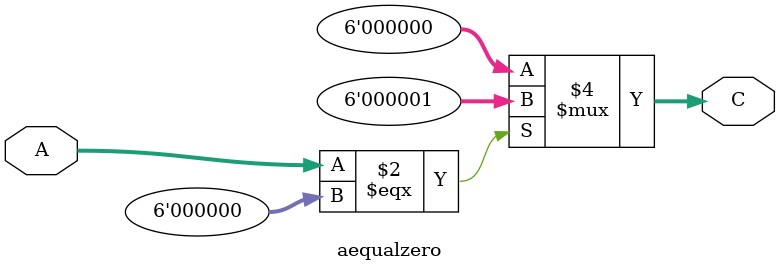
<source format=sv>
module aequalzero(
    input logic [5:0] A,
    output logic [5:0] C 
);
//Checks if A = 0
always_comb begin
    if (A === 6'b000000) begin
        C <= 6'b000001; 
    end else begin
        C <= 6'b000000;
    end
end
endmodule

</source>
